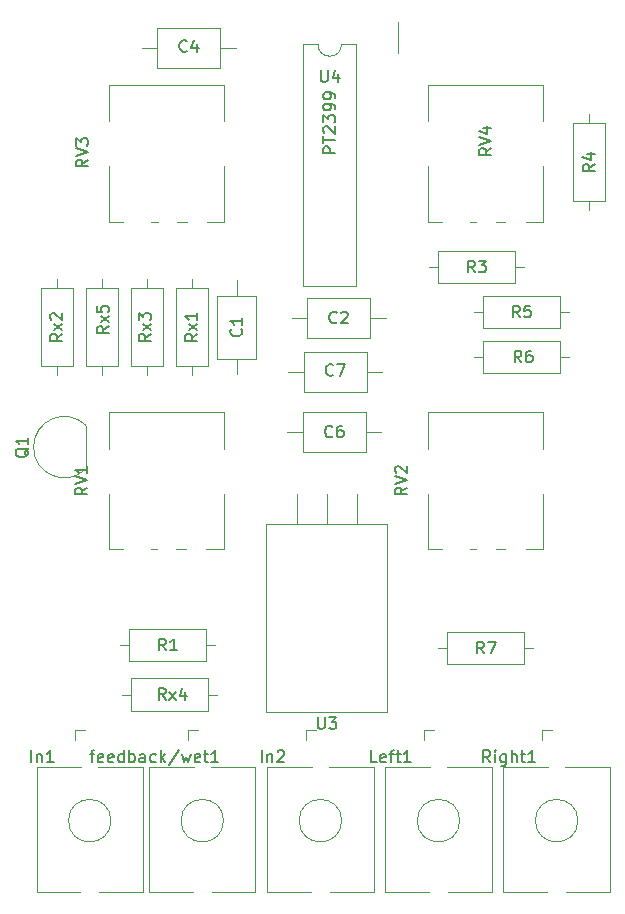
<source format=gbr>
%TF.GenerationSoftware,KiCad,Pcbnew,7.0.6*%
%TF.CreationDate,2023-10-15T17:56:32+01:00*%
%TF.ProjectId,DSP 1.1,44535020-312e-4312-9e6b-696361645f70,rev?*%
%TF.SameCoordinates,Original*%
%TF.FileFunction,Legend,Top*%
%TF.FilePolarity,Positive*%
%FSLAX46Y46*%
G04 Gerber Fmt 4.6, Leading zero omitted, Abs format (unit mm)*
G04 Created by KiCad (PCBNEW 7.0.6) date 2023-10-15 17:56:32*
%MOMM*%
%LPD*%
G01*
G04 APERTURE LIST*
%ADD10C,0.150000*%
%ADD11C,0.120000*%
G04 APERTURE END LIST*
D10*
X77543819Y-52395118D02*
X76543819Y-52395118D01*
X76543819Y-52395118D02*
X76543819Y-52014166D01*
X76543819Y-52014166D02*
X76591438Y-51918928D01*
X76591438Y-51918928D02*
X76639057Y-51871309D01*
X76639057Y-51871309D02*
X76734295Y-51823690D01*
X76734295Y-51823690D02*
X76877152Y-51823690D01*
X76877152Y-51823690D02*
X76972390Y-51871309D01*
X76972390Y-51871309D02*
X77020009Y-51918928D01*
X77020009Y-51918928D02*
X77067628Y-52014166D01*
X77067628Y-52014166D02*
X77067628Y-52395118D01*
X76543819Y-51537975D02*
X76543819Y-50966547D01*
X77543819Y-51252261D02*
X76543819Y-51252261D01*
X76639057Y-50680832D02*
X76591438Y-50633213D01*
X76591438Y-50633213D02*
X76543819Y-50537975D01*
X76543819Y-50537975D02*
X76543819Y-50299880D01*
X76543819Y-50299880D02*
X76591438Y-50204642D01*
X76591438Y-50204642D02*
X76639057Y-50157023D01*
X76639057Y-50157023D02*
X76734295Y-50109404D01*
X76734295Y-50109404D02*
X76829533Y-50109404D01*
X76829533Y-50109404D02*
X76972390Y-50157023D01*
X76972390Y-50157023D02*
X77543819Y-50728451D01*
X77543819Y-50728451D02*
X77543819Y-50109404D01*
X76543819Y-49776070D02*
X76543819Y-49157023D01*
X76543819Y-49157023D02*
X76924771Y-49490356D01*
X76924771Y-49490356D02*
X76924771Y-49347499D01*
X76924771Y-49347499D02*
X76972390Y-49252261D01*
X76972390Y-49252261D02*
X77020009Y-49204642D01*
X77020009Y-49204642D02*
X77115247Y-49157023D01*
X77115247Y-49157023D02*
X77353342Y-49157023D01*
X77353342Y-49157023D02*
X77448580Y-49204642D01*
X77448580Y-49204642D02*
X77496200Y-49252261D01*
X77496200Y-49252261D02*
X77543819Y-49347499D01*
X77543819Y-49347499D02*
X77543819Y-49633213D01*
X77543819Y-49633213D02*
X77496200Y-49728451D01*
X77496200Y-49728451D02*
X77448580Y-49776070D01*
X77543819Y-48680832D02*
X77543819Y-48490356D01*
X77543819Y-48490356D02*
X77496200Y-48395118D01*
X77496200Y-48395118D02*
X77448580Y-48347499D01*
X77448580Y-48347499D02*
X77305723Y-48252261D01*
X77305723Y-48252261D02*
X77115247Y-48204642D01*
X77115247Y-48204642D02*
X76734295Y-48204642D01*
X76734295Y-48204642D02*
X76639057Y-48252261D01*
X76639057Y-48252261D02*
X76591438Y-48299880D01*
X76591438Y-48299880D02*
X76543819Y-48395118D01*
X76543819Y-48395118D02*
X76543819Y-48585594D01*
X76543819Y-48585594D02*
X76591438Y-48680832D01*
X76591438Y-48680832D02*
X76639057Y-48728451D01*
X76639057Y-48728451D02*
X76734295Y-48776070D01*
X76734295Y-48776070D02*
X76972390Y-48776070D01*
X76972390Y-48776070D02*
X77067628Y-48728451D01*
X77067628Y-48728451D02*
X77115247Y-48680832D01*
X77115247Y-48680832D02*
X77162866Y-48585594D01*
X77162866Y-48585594D02*
X77162866Y-48395118D01*
X77162866Y-48395118D02*
X77115247Y-48299880D01*
X77115247Y-48299880D02*
X77067628Y-48252261D01*
X77067628Y-48252261D02*
X76972390Y-48204642D01*
X77543819Y-47728451D02*
X77543819Y-47537975D01*
X77543819Y-47537975D02*
X77496200Y-47442737D01*
X77496200Y-47442737D02*
X77448580Y-47395118D01*
X77448580Y-47395118D02*
X77305723Y-47299880D01*
X77305723Y-47299880D02*
X77115247Y-47252261D01*
X77115247Y-47252261D02*
X76734295Y-47252261D01*
X76734295Y-47252261D02*
X76639057Y-47299880D01*
X76639057Y-47299880D02*
X76591438Y-47347499D01*
X76591438Y-47347499D02*
X76543819Y-47442737D01*
X76543819Y-47442737D02*
X76543819Y-47633213D01*
X76543819Y-47633213D02*
X76591438Y-47728451D01*
X76591438Y-47728451D02*
X76639057Y-47776070D01*
X76639057Y-47776070D02*
X76734295Y-47823689D01*
X76734295Y-47823689D02*
X76972390Y-47823689D01*
X76972390Y-47823689D02*
X77067628Y-47776070D01*
X77067628Y-47776070D02*
X77115247Y-47728451D01*
X77115247Y-47728451D02*
X77162866Y-47633213D01*
X77162866Y-47633213D02*
X77162866Y-47442737D01*
X77162866Y-47442737D02*
X77115247Y-47347499D01*
X77115247Y-47347499D02*
X77067628Y-47299880D01*
X77067628Y-47299880D02*
X76972390Y-47252261D01*
X77684333Y-66717080D02*
X77636714Y-66764700D01*
X77636714Y-66764700D02*
X77493857Y-66812319D01*
X77493857Y-66812319D02*
X77398619Y-66812319D01*
X77398619Y-66812319D02*
X77255762Y-66764700D01*
X77255762Y-66764700D02*
X77160524Y-66669461D01*
X77160524Y-66669461D02*
X77112905Y-66574223D01*
X77112905Y-66574223D02*
X77065286Y-66383747D01*
X77065286Y-66383747D02*
X77065286Y-66240890D01*
X77065286Y-66240890D02*
X77112905Y-66050414D01*
X77112905Y-66050414D02*
X77160524Y-65955176D01*
X77160524Y-65955176D02*
X77255762Y-65859938D01*
X77255762Y-65859938D02*
X77398619Y-65812319D01*
X77398619Y-65812319D02*
X77493857Y-65812319D01*
X77493857Y-65812319D02*
X77636714Y-65859938D01*
X77636714Y-65859938D02*
X77684333Y-65907557D01*
X78065286Y-65907557D02*
X78112905Y-65859938D01*
X78112905Y-65859938D02*
X78208143Y-65812319D01*
X78208143Y-65812319D02*
X78446238Y-65812319D01*
X78446238Y-65812319D02*
X78541476Y-65859938D01*
X78541476Y-65859938D02*
X78589095Y-65907557D01*
X78589095Y-65907557D02*
X78636714Y-66002795D01*
X78636714Y-66002795D02*
X78636714Y-66098033D01*
X78636714Y-66098033D02*
X78589095Y-66240890D01*
X78589095Y-66240890D02*
X78017667Y-66812319D01*
X78017667Y-66812319D02*
X78636714Y-66812319D01*
X93178333Y-66304319D02*
X92845000Y-65828128D01*
X92606905Y-66304319D02*
X92606905Y-65304319D01*
X92606905Y-65304319D02*
X92987857Y-65304319D01*
X92987857Y-65304319D02*
X93083095Y-65351938D01*
X93083095Y-65351938D02*
X93130714Y-65399557D01*
X93130714Y-65399557D02*
X93178333Y-65494795D01*
X93178333Y-65494795D02*
X93178333Y-65637652D01*
X93178333Y-65637652D02*
X93130714Y-65732890D01*
X93130714Y-65732890D02*
X93083095Y-65780509D01*
X93083095Y-65780509D02*
X92987857Y-65828128D01*
X92987857Y-65828128D02*
X92606905Y-65828128D01*
X94083095Y-65304319D02*
X93606905Y-65304319D01*
X93606905Y-65304319D02*
X93559286Y-65780509D01*
X93559286Y-65780509D02*
X93606905Y-65732890D01*
X93606905Y-65732890D02*
X93702143Y-65685271D01*
X93702143Y-65685271D02*
X93940238Y-65685271D01*
X93940238Y-65685271D02*
X94035476Y-65732890D01*
X94035476Y-65732890D02*
X94083095Y-65780509D01*
X94083095Y-65780509D02*
X94130714Y-65875747D01*
X94130714Y-65875747D02*
X94130714Y-66113842D01*
X94130714Y-66113842D02*
X94083095Y-66209080D01*
X94083095Y-66209080D02*
X94035476Y-66256700D01*
X94035476Y-66256700D02*
X93940238Y-66304319D01*
X93940238Y-66304319D02*
X93702143Y-66304319D01*
X93702143Y-66304319D02*
X93606905Y-66256700D01*
X93606905Y-66256700D02*
X93559286Y-66209080D01*
X56787809Y-103293652D02*
X57168761Y-103293652D01*
X56930666Y-103960319D02*
X56930666Y-103103176D01*
X56930666Y-103103176D02*
X56978285Y-103007938D01*
X56978285Y-103007938D02*
X57073523Y-102960319D01*
X57073523Y-102960319D02*
X57168761Y-102960319D01*
X57883047Y-103912700D02*
X57787809Y-103960319D01*
X57787809Y-103960319D02*
X57597333Y-103960319D01*
X57597333Y-103960319D02*
X57502095Y-103912700D01*
X57502095Y-103912700D02*
X57454476Y-103817461D01*
X57454476Y-103817461D02*
X57454476Y-103436509D01*
X57454476Y-103436509D02*
X57502095Y-103341271D01*
X57502095Y-103341271D02*
X57597333Y-103293652D01*
X57597333Y-103293652D02*
X57787809Y-103293652D01*
X57787809Y-103293652D02*
X57883047Y-103341271D01*
X57883047Y-103341271D02*
X57930666Y-103436509D01*
X57930666Y-103436509D02*
X57930666Y-103531747D01*
X57930666Y-103531747D02*
X57454476Y-103626985D01*
X58740190Y-103912700D02*
X58644952Y-103960319D01*
X58644952Y-103960319D02*
X58454476Y-103960319D01*
X58454476Y-103960319D02*
X58359238Y-103912700D01*
X58359238Y-103912700D02*
X58311619Y-103817461D01*
X58311619Y-103817461D02*
X58311619Y-103436509D01*
X58311619Y-103436509D02*
X58359238Y-103341271D01*
X58359238Y-103341271D02*
X58454476Y-103293652D01*
X58454476Y-103293652D02*
X58644952Y-103293652D01*
X58644952Y-103293652D02*
X58740190Y-103341271D01*
X58740190Y-103341271D02*
X58787809Y-103436509D01*
X58787809Y-103436509D02*
X58787809Y-103531747D01*
X58787809Y-103531747D02*
X58311619Y-103626985D01*
X59644952Y-103960319D02*
X59644952Y-102960319D01*
X59644952Y-103912700D02*
X59549714Y-103960319D01*
X59549714Y-103960319D02*
X59359238Y-103960319D01*
X59359238Y-103960319D02*
X59264000Y-103912700D01*
X59264000Y-103912700D02*
X59216381Y-103865080D01*
X59216381Y-103865080D02*
X59168762Y-103769842D01*
X59168762Y-103769842D02*
X59168762Y-103484128D01*
X59168762Y-103484128D02*
X59216381Y-103388890D01*
X59216381Y-103388890D02*
X59264000Y-103341271D01*
X59264000Y-103341271D02*
X59359238Y-103293652D01*
X59359238Y-103293652D02*
X59549714Y-103293652D01*
X59549714Y-103293652D02*
X59644952Y-103341271D01*
X60121143Y-103960319D02*
X60121143Y-102960319D01*
X60121143Y-103341271D02*
X60216381Y-103293652D01*
X60216381Y-103293652D02*
X60406857Y-103293652D01*
X60406857Y-103293652D02*
X60502095Y-103341271D01*
X60502095Y-103341271D02*
X60549714Y-103388890D01*
X60549714Y-103388890D02*
X60597333Y-103484128D01*
X60597333Y-103484128D02*
X60597333Y-103769842D01*
X60597333Y-103769842D02*
X60549714Y-103865080D01*
X60549714Y-103865080D02*
X60502095Y-103912700D01*
X60502095Y-103912700D02*
X60406857Y-103960319D01*
X60406857Y-103960319D02*
X60216381Y-103960319D01*
X60216381Y-103960319D02*
X60121143Y-103912700D01*
X61454476Y-103960319D02*
X61454476Y-103436509D01*
X61454476Y-103436509D02*
X61406857Y-103341271D01*
X61406857Y-103341271D02*
X61311619Y-103293652D01*
X61311619Y-103293652D02*
X61121143Y-103293652D01*
X61121143Y-103293652D02*
X61025905Y-103341271D01*
X61454476Y-103912700D02*
X61359238Y-103960319D01*
X61359238Y-103960319D02*
X61121143Y-103960319D01*
X61121143Y-103960319D02*
X61025905Y-103912700D01*
X61025905Y-103912700D02*
X60978286Y-103817461D01*
X60978286Y-103817461D02*
X60978286Y-103722223D01*
X60978286Y-103722223D02*
X61025905Y-103626985D01*
X61025905Y-103626985D02*
X61121143Y-103579366D01*
X61121143Y-103579366D02*
X61359238Y-103579366D01*
X61359238Y-103579366D02*
X61454476Y-103531747D01*
X62359238Y-103912700D02*
X62264000Y-103960319D01*
X62264000Y-103960319D02*
X62073524Y-103960319D01*
X62073524Y-103960319D02*
X61978286Y-103912700D01*
X61978286Y-103912700D02*
X61930667Y-103865080D01*
X61930667Y-103865080D02*
X61883048Y-103769842D01*
X61883048Y-103769842D02*
X61883048Y-103484128D01*
X61883048Y-103484128D02*
X61930667Y-103388890D01*
X61930667Y-103388890D02*
X61978286Y-103341271D01*
X61978286Y-103341271D02*
X62073524Y-103293652D01*
X62073524Y-103293652D02*
X62264000Y-103293652D01*
X62264000Y-103293652D02*
X62359238Y-103341271D01*
X62787810Y-103960319D02*
X62787810Y-102960319D01*
X62883048Y-103579366D02*
X63168762Y-103960319D01*
X63168762Y-103293652D02*
X62787810Y-103674604D01*
X64311619Y-102912700D02*
X63454477Y-104198414D01*
X64549715Y-103293652D02*
X64740191Y-103960319D01*
X64740191Y-103960319D02*
X64930667Y-103484128D01*
X64930667Y-103484128D02*
X65121143Y-103960319D01*
X65121143Y-103960319D02*
X65311619Y-103293652D01*
X66073524Y-103912700D02*
X65978286Y-103960319D01*
X65978286Y-103960319D02*
X65787810Y-103960319D01*
X65787810Y-103960319D02*
X65692572Y-103912700D01*
X65692572Y-103912700D02*
X65644953Y-103817461D01*
X65644953Y-103817461D02*
X65644953Y-103436509D01*
X65644953Y-103436509D02*
X65692572Y-103341271D01*
X65692572Y-103341271D02*
X65787810Y-103293652D01*
X65787810Y-103293652D02*
X65978286Y-103293652D01*
X65978286Y-103293652D02*
X66073524Y-103341271D01*
X66073524Y-103341271D02*
X66121143Y-103436509D01*
X66121143Y-103436509D02*
X66121143Y-103531747D01*
X66121143Y-103531747D02*
X65644953Y-103626985D01*
X66406858Y-103293652D02*
X66787810Y-103293652D01*
X66549715Y-102960319D02*
X66549715Y-103817461D01*
X66549715Y-103817461D02*
X66597334Y-103912700D01*
X66597334Y-103912700D02*
X66692572Y-103960319D01*
X66692572Y-103960319D02*
X66787810Y-103960319D01*
X67644953Y-103960319D02*
X67073525Y-103960319D01*
X67359239Y-103960319D02*
X67359239Y-102960319D01*
X67359239Y-102960319D02*
X67264001Y-103103176D01*
X67264001Y-103103176D02*
X67168763Y-103198414D01*
X67168763Y-103198414D02*
X67073525Y-103246033D01*
X90130333Y-94752319D02*
X89797000Y-94276128D01*
X89558905Y-94752319D02*
X89558905Y-93752319D01*
X89558905Y-93752319D02*
X89939857Y-93752319D01*
X89939857Y-93752319D02*
X90035095Y-93799938D01*
X90035095Y-93799938D02*
X90082714Y-93847557D01*
X90082714Y-93847557D02*
X90130333Y-93942795D01*
X90130333Y-93942795D02*
X90130333Y-94085652D01*
X90130333Y-94085652D02*
X90082714Y-94180890D01*
X90082714Y-94180890D02*
X90035095Y-94228509D01*
X90035095Y-94228509D02*
X89939857Y-94276128D01*
X89939857Y-94276128D02*
X89558905Y-94276128D01*
X90463667Y-93752319D02*
X91130333Y-93752319D01*
X91130333Y-93752319D02*
X90701762Y-94752319D01*
X61922819Y-67690928D02*
X61446628Y-68024261D01*
X61922819Y-68262356D02*
X60922819Y-68262356D01*
X60922819Y-68262356D02*
X60922819Y-67881404D01*
X60922819Y-67881404D02*
X60970438Y-67786166D01*
X60970438Y-67786166D02*
X61018057Y-67738547D01*
X61018057Y-67738547D02*
X61113295Y-67690928D01*
X61113295Y-67690928D02*
X61256152Y-67690928D01*
X61256152Y-67690928D02*
X61351390Y-67738547D01*
X61351390Y-67738547D02*
X61399009Y-67786166D01*
X61399009Y-67786166D02*
X61446628Y-67881404D01*
X61446628Y-67881404D02*
X61446628Y-68262356D01*
X61922819Y-67357594D02*
X61256152Y-66833785D01*
X61256152Y-67357594D02*
X61922819Y-66833785D01*
X60922819Y-66548070D02*
X60922819Y-65929023D01*
X60922819Y-65929023D02*
X61303771Y-66262356D01*
X61303771Y-66262356D02*
X61303771Y-66119499D01*
X61303771Y-66119499D02*
X61351390Y-66024261D01*
X61351390Y-66024261D02*
X61399009Y-65976642D01*
X61399009Y-65976642D02*
X61494247Y-65929023D01*
X61494247Y-65929023D02*
X61732342Y-65929023D01*
X61732342Y-65929023D02*
X61827580Y-65976642D01*
X61827580Y-65976642D02*
X61875200Y-66024261D01*
X61875200Y-66024261D02*
X61922819Y-66119499D01*
X61922819Y-66119499D02*
X61922819Y-66405213D01*
X61922819Y-66405213D02*
X61875200Y-66500451D01*
X61875200Y-66500451D02*
X61827580Y-66548070D01*
X76327095Y-45365319D02*
X76327095Y-46174842D01*
X76327095Y-46174842D02*
X76374714Y-46270080D01*
X76374714Y-46270080D02*
X76422333Y-46317700D01*
X76422333Y-46317700D02*
X76517571Y-46365319D01*
X76517571Y-46365319D02*
X76708047Y-46365319D01*
X76708047Y-46365319D02*
X76803285Y-46317700D01*
X76803285Y-46317700D02*
X76850904Y-46270080D01*
X76850904Y-46270080D02*
X76898523Y-46174842D01*
X76898523Y-46174842D02*
X76898523Y-45365319D01*
X77803285Y-45698652D02*
X77803285Y-46365319D01*
X77565190Y-45317700D02*
X77327095Y-46031985D01*
X77327095Y-46031985D02*
X77946142Y-46031985D01*
X51805429Y-103960319D02*
X51805429Y-102960319D01*
X52281619Y-103293652D02*
X52281619Y-103960319D01*
X52281619Y-103388890D02*
X52329238Y-103341271D01*
X52329238Y-103341271D02*
X52424476Y-103293652D01*
X52424476Y-103293652D02*
X52567333Y-103293652D01*
X52567333Y-103293652D02*
X52662571Y-103341271D01*
X52662571Y-103341271D02*
X52710190Y-103436509D01*
X52710190Y-103436509D02*
X52710190Y-103960319D01*
X53710190Y-103960319D02*
X53138762Y-103960319D01*
X53424476Y-103960319D02*
X53424476Y-102960319D01*
X53424476Y-102960319D02*
X53329238Y-103103176D01*
X53329238Y-103103176D02*
X53234000Y-103198414D01*
X53234000Y-103198414D02*
X53138762Y-103246033D01*
X65859819Y-67690928D02*
X65383628Y-68024261D01*
X65859819Y-68262356D02*
X64859819Y-68262356D01*
X64859819Y-68262356D02*
X64859819Y-67881404D01*
X64859819Y-67881404D02*
X64907438Y-67786166D01*
X64907438Y-67786166D02*
X64955057Y-67738547D01*
X64955057Y-67738547D02*
X65050295Y-67690928D01*
X65050295Y-67690928D02*
X65193152Y-67690928D01*
X65193152Y-67690928D02*
X65288390Y-67738547D01*
X65288390Y-67738547D02*
X65336009Y-67786166D01*
X65336009Y-67786166D02*
X65383628Y-67881404D01*
X65383628Y-67881404D02*
X65383628Y-68262356D01*
X65859819Y-67357594D02*
X65193152Y-66833785D01*
X65193152Y-67357594D02*
X65859819Y-66833785D01*
X65859819Y-65929023D02*
X65859819Y-66500451D01*
X65859819Y-66214737D02*
X64859819Y-66214737D01*
X64859819Y-66214737D02*
X65002676Y-66309975D01*
X65002676Y-66309975D02*
X65097914Y-66405213D01*
X65097914Y-66405213D02*
X65145533Y-66500451D01*
X77383333Y-71162080D02*
X77335714Y-71209700D01*
X77335714Y-71209700D02*
X77192857Y-71257319D01*
X77192857Y-71257319D02*
X77097619Y-71257319D01*
X77097619Y-71257319D02*
X76954762Y-71209700D01*
X76954762Y-71209700D02*
X76859524Y-71114461D01*
X76859524Y-71114461D02*
X76811905Y-71019223D01*
X76811905Y-71019223D02*
X76764286Y-70828747D01*
X76764286Y-70828747D02*
X76764286Y-70685890D01*
X76764286Y-70685890D02*
X76811905Y-70495414D01*
X76811905Y-70495414D02*
X76859524Y-70400176D01*
X76859524Y-70400176D02*
X76954762Y-70304938D01*
X76954762Y-70304938D02*
X77097619Y-70257319D01*
X77097619Y-70257319D02*
X77192857Y-70257319D01*
X77192857Y-70257319D02*
X77335714Y-70304938D01*
X77335714Y-70304938D02*
X77383333Y-70352557D01*
X77716667Y-70257319D02*
X78383333Y-70257319D01*
X78383333Y-70257319D02*
X77954762Y-71257319D01*
X90751819Y-51966738D02*
X90275628Y-52300071D01*
X90751819Y-52538166D02*
X89751819Y-52538166D01*
X89751819Y-52538166D02*
X89751819Y-52157214D01*
X89751819Y-52157214D02*
X89799438Y-52061976D01*
X89799438Y-52061976D02*
X89847057Y-52014357D01*
X89847057Y-52014357D02*
X89942295Y-51966738D01*
X89942295Y-51966738D02*
X90085152Y-51966738D01*
X90085152Y-51966738D02*
X90180390Y-52014357D01*
X90180390Y-52014357D02*
X90228009Y-52061976D01*
X90228009Y-52061976D02*
X90275628Y-52157214D01*
X90275628Y-52157214D02*
X90275628Y-52538166D01*
X89751819Y-51681023D02*
X90751819Y-51347690D01*
X90751819Y-51347690D02*
X89751819Y-51014357D01*
X90085152Y-50252452D02*
X90751819Y-50252452D01*
X89704200Y-50490547D02*
X90418485Y-50728642D01*
X90418485Y-50728642D02*
X90418485Y-50109595D01*
X93305333Y-70114319D02*
X92972000Y-69638128D01*
X92733905Y-70114319D02*
X92733905Y-69114319D01*
X92733905Y-69114319D02*
X93114857Y-69114319D01*
X93114857Y-69114319D02*
X93210095Y-69161938D01*
X93210095Y-69161938D02*
X93257714Y-69209557D01*
X93257714Y-69209557D02*
X93305333Y-69304795D01*
X93305333Y-69304795D02*
X93305333Y-69447652D01*
X93305333Y-69447652D02*
X93257714Y-69542890D01*
X93257714Y-69542890D02*
X93210095Y-69590509D01*
X93210095Y-69590509D02*
X93114857Y-69638128D01*
X93114857Y-69638128D02*
X92733905Y-69638128D01*
X94162476Y-69114319D02*
X93972000Y-69114319D01*
X93972000Y-69114319D02*
X93876762Y-69161938D01*
X93876762Y-69161938D02*
X93829143Y-69209557D01*
X93829143Y-69209557D02*
X93733905Y-69352414D01*
X93733905Y-69352414D02*
X93686286Y-69542890D01*
X93686286Y-69542890D02*
X93686286Y-69923842D01*
X93686286Y-69923842D02*
X93733905Y-70019080D01*
X93733905Y-70019080D02*
X93781524Y-70066700D01*
X93781524Y-70066700D02*
X93876762Y-70114319D01*
X93876762Y-70114319D02*
X94067238Y-70114319D01*
X94067238Y-70114319D02*
X94162476Y-70066700D01*
X94162476Y-70066700D02*
X94210095Y-70019080D01*
X94210095Y-70019080D02*
X94257714Y-69923842D01*
X94257714Y-69923842D02*
X94257714Y-69685747D01*
X94257714Y-69685747D02*
X94210095Y-69590509D01*
X94210095Y-69590509D02*
X94162476Y-69542890D01*
X94162476Y-69542890D02*
X94067238Y-69495271D01*
X94067238Y-69495271D02*
X93876762Y-69495271D01*
X93876762Y-69495271D02*
X93781524Y-69542890D01*
X93781524Y-69542890D02*
X93733905Y-69590509D01*
X93733905Y-69590509D02*
X93686286Y-69685747D01*
X69574580Y-67286166D02*
X69622200Y-67333785D01*
X69622200Y-67333785D02*
X69669819Y-67476642D01*
X69669819Y-67476642D02*
X69669819Y-67571880D01*
X69669819Y-67571880D02*
X69622200Y-67714737D01*
X69622200Y-67714737D02*
X69526961Y-67809975D01*
X69526961Y-67809975D02*
X69431723Y-67857594D01*
X69431723Y-67857594D02*
X69241247Y-67905213D01*
X69241247Y-67905213D02*
X69098390Y-67905213D01*
X69098390Y-67905213D02*
X68907914Y-67857594D01*
X68907914Y-67857594D02*
X68812676Y-67809975D01*
X68812676Y-67809975D02*
X68717438Y-67714737D01*
X68717438Y-67714737D02*
X68669819Y-67571880D01*
X68669819Y-67571880D02*
X68669819Y-67476642D01*
X68669819Y-67476642D02*
X68717438Y-67333785D01*
X68717438Y-67333785D02*
X68765057Y-67286166D01*
X69669819Y-66333785D02*
X69669819Y-66905213D01*
X69669819Y-66619499D02*
X68669819Y-66619499D01*
X68669819Y-66619499D02*
X68812676Y-66714737D01*
X68812676Y-66714737D02*
X68907914Y-66809975D01*
X68907914Y-66809975D02*
X68955533Y-66905213D01*
X81097332Y-103960319D02*
X80621142Y-103960319D01*
X80621142Y-103960319D02*
X80621142Y-102960319D01*
X81811618Y-103912700D02*
X81716380Y-103960319D01*
X81716380Y-103960319D02*
X81525904Y-103960319D01*
X81525904Y-103960319D02*
X81430666Y-103912700D01*
X81430666Y-103912700D02*
X81383047Y-103817461D01*
X81383047Y-103817461D02*
X81383047Y-103436509D01*
X81383047Y-103436509D02*
X81430666Y-103341271D01*
X81430666Y-103341271D02*
X81525904Y-103293652D01*
X81525904Y-103293652D02*
X81716380Y-103293652D01*
X81716380Y-103293652D02*
X81811618Y-103341271D01*
X81811618Y-103341271D02*
X81859237Y-103436509D01*
X81859237Y-103436509D02*
X81859237Y-103531747D01*
X81859237Y-103531747D02*
X81383047Y-103626985D01*
X82144952Y-103293652D02*
X82525904Y-103293652D01*
X82287809Y-103960319D02*
X82287809Y-103103176D01*
X82287809Y-103103176D02*
X82335428Y-103007938D01*
X82335428Y-103007938D02*
X82430666Y-102960319D01*
X82430666Y-102960319D02*
X82525904Y-102960319D01*
X82716381Y-103293652D02*
X83097333Y-103293652D01*
X82859238Y-102960319D02*
X82859238Y-103817461D01*
X82859238Y-103817461D02*
X82906857Y-103912700D01*
X82906857Y-103912700D02*
X83002095Y-103960319D01*
X83002095Y-103960319D02*
X83097333Y-103960319D01*
X83954476Y-103960319D02*
X83383048Y-103960319D01*
X83668762Y-103960319D02*
X83668762Y-102960319D01*
X83668762Y-102960319D02*
X83573524Y-103103176D01*
X83573524Y-103103176D02*
X83478286Y-103198414D01*
X83478286Y-103198414D02*
X83383048Y-103246033D01*
X58366819Y-67055928D02*
X57890628Y-67389261D01*
X58366819Y-67627356D02*
X57366819Y-67627356D01*
X57366819Y-67627356D02*
X57366819Y-67246404D01*
X57366819Y-67246404D02*
X57414438Y-67151166D01*
X57414438Y-67151166D02*
X57462057Y-67103547D01*
X57462057Y-67103547D02*
X57557295Y-67055928D01*
X57557295Y-67055928D02*
X57700152Y-67055928D01*
X57700152Y-67055928D02*
X57795390Y-67103547D01*
X57795390Y-67103547D02*
X57843009Y-67151166D01*
X57843009Y-67151166D02*
X57890628Y-67246404D01*
X57890628Y-67246404D02*
X57890628Y-67627356D01*
X58366819Y-66722594D02*
X57700152Y-66198785D01*
X57700152Y-66722594D02*
X58366819Y-66198785D01*
X57366819Y-65341642D02*
X57366819Y-65817832D01*
X57366819Y-65817832D02*
X57843009Y-65865451D01*
X57843009Y-65865451D02*
X57795390Y-65817832D01*
X57795390Y-65817832D02*
X57747771Y-65722594D01*
X57747771Y-65722594D02*
X57747771Y-65484499D01*
X57747771Y-65484499D02*
X57795390Y-65389261D01*
X57795390Y-65389261D02*
X57843009Y-65341642D01*
X57843009Y-65341642D02*
X57938247Y-65294023D01*
X57938247Y-65294023D02*
X58176342Y-65294023D01*
X58176342Y-65294023D02*
X58271580Y-65341642D01*
X58271580Y-65341642D02*
X58319200Y-65389261D01*
X58319200Y-65389261D02*
X58366819Y-65484499D01*
X58366819Y-65484499D02*
X58366819Y-65722594D01*
X58366819Y-65722594D02*
X58319200Y-65817832D01*
X58319200Y-65817832D02*
X58271580Y-65865451D01*
X56613819Y-52944738D02*
X56137628Y-53278071D01*
X56613819Y-53516166D02*
X55613819Y-53516166D01*
X55613819Y-53516166D02*
X55613819Y-53135214D01*
X55613819Y-53135214D02*
X55661438Y-53039976D01*
X55661438Y-53039976D02*
X55709057Y-52992357D01*
X55709057Y-52992357D02*
X55804295Y-52944738D01*
X55804295Y-52944738D02*
X55947152Y-52944738D01*
X55947152Y-52944738D02*
X56042390Y-52992357D01*
X56042390Y-52992357D02*
X56090009Y-53039976D01*
X56090009Y-53039976D02*
X56137628Y-53135214D01*
X56137628Y-53135214D02*
X56137628Y-53516166D01*
X55613819Y-52659023D02*
X56613819Y-52325690D01*
X56613819Y-52325690D02*
X55613819Y-51992357D01*
X55613819Y-51754261D02*
X55613819Y-51135214D01*
X55613819Y-51135214D02*
X55994771Y-51468547D01*
X55994771Y-51468547D02*
X55994771Y-51325690D01*
X55994771Y-51325690D02*
X56042390Y-51230452D01*
X56042390Y-51230452D02*
X56090009Y-51182833D01*
X56090009Y-51182833D02*
X56185247Y-51135214D01*
X56185247Y-51135214D02*
X56423342Y-51135214D01*
X56423342Y-51135214D02*
X56518580Y-51182833D01*
X56518580Y-51182833D02*
X56566200Y-51230452D01*
X56566200Y-51230452D02*
X56613819Y-51325690D01*
X56613819Y-51325690D02*
X56613819Y-51611404D01*
X56613819Y-51611404D02*
X56566200Y-51706642D01*
X56566200Y-51706642D02*
X56518580Y-51754261D01*
X63206333Y-94498319D02*
X62873000Y-94022128D01*
X62634905Y-94498319D02*
X62634905Y-93498319D01*
X62634905Y-93498319D02*
X63015857Y-93498319D01*
X63015857Y-93498319D02*
X63111095Y-93545938D01*
X63111095Y-93545938D02*
X63158714Y-93593557D01*
X63158714Y-93593557D02*
X63206333Y-93688795D01*
X63206333Y-93688795D02*
X63206333Y-93831652D01*
X63206333Y-93831652D02*
X63158714Y-93926890D01*
X63158714Y-93926890D02*
X63111095Y-93974509D01*
X63111095Y-93974509D02*
X63015857Y-94022128D01*
X63015857Y-94022128D02*
X62634905Y-94022128D01*
X64158714Y-94498319D02*
X63587286Y-94498319D01*
X63873000Y-94498319D02*
X63873000Y-93498319D01*
X63873000Y-93498319D02*
X63777762Y-93641176D01*
X63777762Y-93641176D02*
X63682524Y-93736414D01*
X63682524Y-93736414D02*
X63587286Y-93784033D01*
X89368333Y-62494319D02*
X89035000Y-62018128D01*
X88796905Y-62494319D02*
X88796905Y-61494319D01*
X88796905Y-61494319D02*
X89177857Y-61494319D01*
X89177857Y-61494319D02*
X89273095Y-61541938D01*
X89273095Y-61541938D02*
X89320714Y-61589557D01*
X89320714Y-61589557D02*
X89368333Y-61684795D01*
X89368333Y-61684795D02*
X89368333Y-61827652D01*
X89368333Y-61827652D02*
X89320714Y-61922890D01*
X89320714Y-61922890D02*
X89273095Y-61970509D01*
X89273095Y-61970509D02*
X89177857Y-62018128D01*
X89177857Y-62018128D02*
X88796905Y-62018128D01*
X89701667Y-61494319D02*
X90320714Y-61494319D01*
X90320714Y-61494319D02*
X89987381Y-61875271D01*
X89987381Y-61875271D02*
X90130238Y-61875271D01*
X90130238Y-61875271D02*
X90225476Y-61922890D01*
X90225476Y-61922890D02*
X90273095Y-61970509D01*
X90273095Y-61970509D02*
X90320714Y-62065747D01*
X90320714Y-62065747D02*
X90320714Y-62303842D01*
X90320714Y-62303842D02*
X90273095Y-62399080D01*
X90273095Y-62399080D02*
X90225476Y-62446700D01*
X90225476Y-62446700D02*
X90130238Y-62494319D01*
X90130238Y-62494319D02*
X89844524Y-62494319D01*
X89844524Y-62494319D02*
X89749286Y-62446700D01*
X89749286Y-62446700D02*
X89701667Y-62399080D01*
X64984333Y-43730080D02*
X64936714Y-43777700D01*
X64936714Y-43777700D02*
X64793857Y-43825319D01*
X64793857Y-43825319D02*
X64698619Y-43825319D01*
X64698619Y-43825319D02*
X64555762Y-43777700D01*
X64555762Y-43777700D02*
X64460524Y-43682461D01*
X64460524Y-43682461D02*
X64412905Y-43587223D01*
X64412905Y-43587223D02*
X64365286Y-43396747D01*
X64365286Y-43396747D02*
X64365286Y-43253890D01*
X64365286Y-43253890D02*
X64412905Y-43063414D01*
X64412905Y-43063414D02*
X64460524Y-42968176D01*
X64460524Y-42968176D02*
X64555762Y-42872938D01*
X64555762Y-42872938D02*
X64698619Y-42825319D01*
X64698619Y-42825319D02*
X64793857Y-42825319D01*
X64793857Y-42825319D02*
X64936714Y-42872938D01*
X64936714Y-42872938D02*
X64984333Y-42920557D01*
X65841476Y-43158652D02*
X65841476Y-43825319D01*
X65603381Y-42777700D02*
X65365286Y-43491985D01*
X65365286Y-43491985D02*
X65984333Y-43491985D01*
X77303333Y-76369080D02*
X77255714Y-76416700D01*
X77255714Y-76416700D02*
X77112857Y-76464319D01*
X77112857Y-76464319D02*
X77017619Y-76464319D01*
X77017619Y-76464319D02*
X76874762Y-76416700D01*
X76874762Y-76416700D02*
X76779524Y-76321461D01*
X76779524Y-76321461D02*
X76731905Y-76226223D01*
X76731905Y-76226223D02*
X76684286Y-76035747D01*
X76684286Y-76035747D02*
X76684286Y-75892890D01*
X76684286Y-75892890D02*
X76731905Y-75702414D01*
X76731905Y-75702414D02*
X76779524Y-75607176D01*
X76779524Y-75607176D02*
X76874762Y-75511938D01*
X76874762Y-75511938D02*
X77017619Y-75464319D01*
X77017619Y-75464319D02*
X77112857Y-75464319D01*
X77112857Y-75464319D02*
X77255714Y-75511938D01*
X77255714Y-75511938D02*
X77303333Y-75559557D01*
X78160476Y-75464319D02*
X77970000Y-75464319D01*
X77970000Y-75464319D02*
X77874762Y-75511938D01*
X77874762Y-75511938D02*
X77827143Y-75559557D01*
X77827143Y-75559557D02*
X77731905Y-75702414D01*
X77731905Y-75702414D02*
X77684286Y-75892890D01*
X77684286Y-75892890D02*
X77684286Y-76273842D01*
X77684286Y-76273842D02*
X77731905Y-76369080D01*
X77731905Y-76369080D02*
X77779524Y-76416700D01*
X77779524Y-76416700D02*
X77874762Y-76464319D01*
X77874762Y-76464319D02*
X78065238Y-76464319D01*
X78065238Y-76464319D02*
X78160476Y-76416700D01*
X78160476Y-76416700D02*
X78208095Y-76369080D01*
X78208095Y-76369080D02*
X78255714Y-76273842D01*
X78255714Y-76273842D02*
X78255714Y-76035747D01*
X78255714Y-76035747D02*
X78208095Y-75940509D01*
X78208095Y-75940509D02*
X78160476Y-75892890D01*
X78160476Y-75892890D02*
X78065238Y-75845271D01*
X78065238Y-75845271D02*
X77874762Y-75845271D01*
X77874762Y-75845271D02*
X77779524Y-75892890D01*
X77779524Y-75892890D02*
X77731905Y-75940509D01*
X77731905Y-75940509D02*
X77684286Y-76035747D01*
X90668761Y-103960319D02*
X90335428Y-103484128D01*
X90097333Y-103960319D02*
X90097333Y-102960319D01*
X90097333Y-102960319D02*
X90478285Y-102960319D01*
X90478285Y-102960319D02*
X90573523Y-103007938D01*
X90573523Y-103007938D02*
X90621142Y-103055557D01*
X90621142Y-103055557D02*
X90668761Y-103150795D01*
X90668761Y-103150795D02*
X90668761Y-103293652D01*
X90668761Y-103293652D02*
X90621142Y-103388890D01*
X90621142Y-103388890D02*
X90573523Y-103436509D01*
X90573523Y-103436509D02*
X90478285Y-103484128D01*
X90478285Y-103484128D02*
X90097333Y-103484128D01*
X91097333Y-103960319D02*
X91097333Y-103293652D01*
X91097333Y-102960319D02*
X91049714Y-103007938D01*
X91049714Y-103007938D02*
X91097333Y-103055557D01*
X91097333Y-103055557D02*
X91144952Y-103007938D01*
X91144952Y-103007938D02*
X91097333Y-102960319D01*
X91097333Y-102960319D02*
X91097333Y-103055557D01*
X92002094Y-103293652D02*
X92002094Y-104103176D01*
X92002094Y-104103176D02*
X91954475Y-104198414D01*
X91954475Y-104198414D02*
X91906856Y-104246033D01*
X91906856Y-104246033D02*
X91811618Y-104293652D01*
X91811618Y-104293652D02*
X91668761Y-104293652D01*
X91668761Y-104293652D02*
X91573523Y-104246033D01*
X92002094Y-103912700D02*
X91906856Y-103960319D01*
X91906856Y-103960319D02*
X91716380Y-103960319D01*
X91716380Y-103960319D02*
X91621142Y-103912700D01*
X91621142Y-103912700D02*
X91573523Y-103865080D01*
X91573523Y-103865080D02*
X91525904Y-103769842D01*
X91525904Y-103769842D02*
X91525904Y-103484128D01*
X91525904Y-103484128D02*
X91573523Y-103388890D01*
X91573523Y-103388890D02*
X91621142Y-103341271D01*
X91621142Y-103341271D02*
X91716380Y-103293652D01*
X91716380Y-103293652D02*
X91906856Y-103293652D01*
X91906856Y-103293652D02*
X92002094Y-103341271D01*
X92478285Y-103960319D02*
X92478285Y-102960319D01*
X92906856Y-103960319D02*
X92906856Y-103436509D01*
X92906856Y-103436509D02*
X92859237Y-103341271D01*
X92859237Y-103341271D02*
X92763999Y-103293652D01*
X92763999Y-103293652D02*
X92621142Y-103293652D01*
X92621142Y-103293652D02*
X92525904Y-103341271D01*
X92525904Y-103341271D02*
X92478285Y-103388890D01*
X93240190Y-103293652D02*
X93621142Y-103293652D01*
X93383047Y-102960319D02*
X93383047Y-103817461D01*
X93383047Y-103817461D02*
X93430666Y-103912700D01*
X93430666Y-103912700D02*
X93525904Y-103960319D01*
X93525904Y-103960319D02*
X93621142Y-103960319D01*
X94478285Y-103960319D02*
X93906857Y-103960319D01*
X94192571Y-103960319D02*
X94192571Y-102960319D01*
X94192571Y-102960319D02*
X94097333Y-103103176D01*
X94097333Y-103103176D02*
X94002095Y-103198414D01*
X94002095Y-103198414D02*
X93906857Y-103246033D01*
X83613819Y-80699738D02*
X83137628Y-81033071D01*
X83613819Y-81271166D02*
X82613819Y-81271166D01*
X82613819Y-81271166D02*
X82613819Y-80890214D01*
X82613819Y-80890214D02*
X82661438Y-80794976D01*
X82661438Y-80794976D02*
X82709057Y-80747357D01*
X82709057Y-80747357D02*
X82804295Y-80699738D01*
X82804295Y-80699738D02*
X82947152Y-80699738D01*
X82947152Y-80699738D02*
X83042390Y-80747357D01*
X83042390Y-80747357D02*
X83090009Y-80794976D01*
X83090009Y-80794976D02*
X83137628Y-80890214D01*
X83137628Y-80890214D02*
X83137628Y-81271166D01*
X82613819Y-80414023D02*
X83613819Y-80080690D01*
X83613819Y-80080690D02*
X82613819Y-79747357D01*
X82709057Y-79461642D02*
X82661438Y-79414023D01*
X82661438Y-79414023D02*
X82613819Y-79318785D01*
X82613819Y-79318785D02*
X82613819Y-79080690D01*
X82613819Y-79080690D02*
X82661438Y-78985452D01*
X82661438Y-78985452D02*
X82709057Y-78937833D01*
X82709057Y-78937833D02*
X82804295Y-78890214D01*
X82804295Y-78890214D02*
X82899533Y-78890214D01*
X82899533Y-78890214D02*
X83042390Y-78937833D01*
X83042390Y-78937833D02*
X83613819Y-79509261D01*
X83613819Y-79509261D02*
X83613819Y-78890214D01*
X76073095Y-100149319D02*
X76073095Y-100958842D01*
X76073095Y-100958842D02*
X76120714Y-101054080D01*
X76120714Y-101054080D02*
X76168333Y-101101700D01*
X76168333Y-101101700D02*
X76263571Y-101149319D01*
X76263571Y-101149319D02*
X76454047Y-101149319D01*
X76454047Y-101149319D02*
X76549285Y-101101700D01*
X76549285Y-101101700D02*
X76596904Y-101054080D01*
X76596904Y-101054080D02*
X76644523Y-100958842D01*
X76644523Y-100958842D02*
X76644523Y-100149319D01*
X77025476Y-100149319D02*
X77644523Y-100149319D01*
X77644523Y-100149319D02*
X77311190Y-100530271D01*
X77311190Y-100530271D02*
X77454047Y-100530271D01*
X77454047Y-100530271D02*
X77549285Y-100577890D01*
X77549285Y-100577890D02*
X77596904Y-100625509D01*
X77596904Y-100625509D02*
X77644523Y-100720747D01*
X77644523Y-100720747D02*
X77644523Y-100958842D01*
X77644523Y-100958842D02*
X77596904Y-101054080D01*
X77596904Y-101054080D02*
X77549285Y-101101700D01*
X77549285Y-101101700D02*
X77454047Y-101149319D01*
X77454047Y-101149319D02*
X77168333Y-101149319D01*
X77168333Y-101149319D02*
X77073095Y-101101700D01*
X77073095Y-101101700D02*
X77025476Y-101054080D01*
X63182571Y-98689319D02*
X62849238Y-98213128D01*
X62611143Y-98689319D02*
X62611143Y-97689319D01*
X62611143Y-97689319D02*
X62992095Y-97689319D01*
X62992095Y-97689319D02*
X63087333Y-97736938D01*
X63087333Y-97736938D02*
X63134952Y-97784557D01*
X63134952Y-97784557D02*
X63182571Y-97879795D01*
X63182571Y-97879795D02*
X63182571Y-98022652D01*
X63182571Y-98022652D02*
X63134952Y-98117890D01*
X63134952Y-98117890D02*
X63087333Y-98165509D01*
X63087333Y-98165509D02*
X62992095Y-98213128D01*
X62992095Y-98213128D02*
X62611143Y-98213128D01*
X63515905Y-98689319D02*
X64039714Y-98022652D01*
X63515905Y-98022652D02*
X64039714Y-98689319D01*
X64849238Y-98022652D02*
X64849238Y-98689319D01*
X64611143Y-97641700D02*
X64373048Y-98355985D01*
X64373048Y-98355985D02*
X64992095Y-98355985D01*
X56560819Y-80699738D02*
X56084628Y-81033071D01*
X56560819Y-81271166D02*
X55560819Y-81271166D01*
X55560819Y-81271166D02*
X55560819Y-80890214D01*
X55560819Y-80890214D02*
X55608438Y-80794976D01*
X55608438Y-80794976D02*
X55656057Y-80747357D01*
X55656057Y-80747357D02*
X55751295Y-80699738D01*
X55751295Y-80699738D02*
X55894152Y-80699738D01*
X55894152Y-80699738D02*
X55989390Y-80747357D01*
X55989390Y-80747357D02*
X56037009Y-80794976D01*
X56037009Y-80794976D02*
X56084628Y-80890214D01*
X56084628Y-80890214D02*
X56084628Y-81271166D01*
X55560819Y-80414023D02*
X56560819Y-80080690D01*
X56560819Y-80080690D02*
X55560819Y-79747357D01*
X56560819Y-78890214D02*
X56560819Y-79461642D01*
X56560819Y-79175928D02*
X55560819Y-79175928D01*
X55560819Y-79175928D02*
X55703676Y-79271166D01*
X55703676Y-79271166D02*
X55798914Y-79366404D01*
X55798914Y-79366404D02*
X55846533Y-79461642D01*
X71335429Y-103960319D02*
X71335429Y-102960319D01*
X71811619Y-103293652D02*
X71811619Y-103960319D01*
X71811619Y-103388890D02*
X71859238Y-103341271D01*
X71859238Y-103341271D02*
X71954476Y-103293652D01*
X71954476Y-103293652D02*
X72097333Y-103293652D01*
X72097333Y-103293652D02*
X72192571Y-103341271D01*
X72192571Y-103341271D02*
X72240190Y-103436509D01*
X72240190Y-103436509D02*
X72240190Y-103960319D01*
X72668762Y-103055557D02*
X72716381Y-103007938D01*
X72716381Y-103007938D02*
X72811619Y-102960319D01*
X72811619Y-102960319D02*
X73049714Y-102960319D01*
X73049714Y-102960319D02*
X73144952Y-103007938D01*
X73144952Y-103007938D02*
X73192571Y-103055557D01*
X73192571Y-103055557D02*
X73240190Y-103150795D01*
X73240190Y-103150795D02*
X73240190Y-103246033D01*
X73240190Y-103246033D02*
X73192571Y-103388890D01*
X73192571Y-103388890D02*
X72621143Y-103960319D01*
X72621143Y-103960319D02*
X73240190Y-103960319D01*
X54429819Y-67690928D02*
X53953628Y-68024261D01*
X54429819Y-68262356D02*
X53429819Y-68262356D01*
X53429819Y-68262356D02*
X53429819Y-67881404D01*
X53429819Y-67881404D02*
X53477438Y-67786166D01*
X53477438Y-67786166D02*
X53525057Y-67738547D01*
X53525057Y-67738547D02*
X53620295Y-67690928D01*
X53620295Y-67690928D02*
X53763152Y-67690928D01*
X53763152Y-67690928D02*
X53858390Y-67738547D01*
X53858390Y-67738547D02*
X53906009Y-67786166D01*
X53906009Y-67786166D02*
X53953628Y-67881404D01*
X53953628Y-67881404D02*
X53953628Y-68262356D01*
X54429819Y-67357594D02*
X53763152Y-66833785D01*
X53763152Y-67357594D02*
X54429819Y-66833785D01*
X53525057Y-66500451D02*
X53477438Y-66452832D01*
X53477438Y-66452832D02*
X53429819Y-66357594D01*
X53429819Y-66357594D02*
X53429819Y-66119499D01*
X53429819Y-66119499D02*
X53477438Y-66024261D01*
X53477438Y-66024261D02*
X53525057Y-65976642D01*
X53525057Y-65976642D02*
X53620295Y-65929023D01*
X53620295Y-65929023D02*
X53715533Y-65929023D01*
X53715533Y-65929023D02*
X53858390Y-65976642D01*
X53858390Y-65976642D02*
X54429819Y-66548070D01*
X54429819Y-66548070D02*
X54429819Y-65929023D01*
X99514819Y-53316166D02*
X99038628Y-53649499D01*
X99514819Y-53887594D02*
X98514819Y-53887594D01*
X98514819Y-53887594D02*
X98514819Y-53506642D01*
X98514819Y-53506642D02*
X98562438Y-53411404D01*
X98562438Y-53411404D02*
X98610057Y-53363785D01*
X98610057Y-53363785D02*
X98705295Y-53316166D01*
X98705295Y-53316166D02*
X98848152Y-53316166D01*
X98848152Y-53316166D02*
X98943390Y-53363785D01*
X98943390Y-53363785D02*
X98991009Y-53411404D01*
X98991009Y-53411404D02*
X99038628Y-53506642D01*
X99038628Y-53506642D02*
X99038628Y-53887594D01*
X98848152Y-52459023D02*
X99514819Y-52459023D01*
X98467200Y-52697118D02*
X99181485Y-52935213D01*
X99181485Y-52935213D02*
X99181485Y-52316166D01*
X51600057Y-77374738D02*
X51552438Y-77469976D01*
X51552438Y-77469976D02*
X51457200Y-77565214D01*
X51457200Y-77565214D02*
X51314342Y-77708071D01*
X51314342Y-77708071D02*
X51266723Y-77803309D01*
X51266723Y-77803309D02*
X51266723Y-77898547D01*
X51504819Y-77850928D02*
X51457200Y-77946166D01*
X51457200Y-77946166D02*
X51361961Y-78041404D01*
X51361961Y-78041404D02*
X51171485Y-78089023D01*
X51171485Y-78089023D02*
X50838152Y-78089023D01*
X50838152Y-78089023D02*
X50647676Y-78041404D01*
X50647676Y-78041404D02*
X50552438Y-77946166D01*
X50552438Y-77946166D02*
X50504819Y-77850928D01*
X50504819Y-77850928D02*
X50504819Y-77660452D01*
X50504819Y-77660452D02*
X50552438Y-77565214D01*
X50552438Y-77565214D02*
X50647676Y-77469976D01*
X50647676Y-77469976D02*
X50838152Y-77422357D01*
X50838152Y-77422357D02*
X51171485Y-77422357D01*
X51171485Y-77422357D02*
X51361961Y-77469976D01*
X51361961Y-77469976D02*
X51457200Y-77565214D01*
X51457200Y-77565214D02*
X51504819Y-77660452D01*
X51504819Y-77660452D02*
X51504819Y-77850928D01*
X51504819Y-76469976D02*
X51504819Y-77041404D01*
X51504819Y-76755690D02*
X50504819Y-76755690D01*
X50504819Y-76755690D02*
X50647676Y-76850928D01*
X50647676Y-76850928D02*
X50742914Y-76946166D01*
X50742914Y-76946166D02*
X50790533Y-77041404D01*
D11*
%TO.C,C2*%
X81811000Y-66357500D02*
X80521000Y-66357500D01*
X80521000Y-68027500D02*
X80521000Y-64687500D01*
X80521000Y-64687500D02*
X75181000Y-64687500D01*
X75181000Y-68027500D02*
X80521000Y-68027500D01*
X75181000Y-64687500D02*
X75181000Y-68027500D01*
X73891000Y-66357500D02*
X75181000Y-66357500D01*
%TO.C,Jpcb1*%
X82876000Y-43883500D02*
X82876000Y-41283500D01*
%TO.C,R5*%
X89305000Y-65849500D02*
X90075000Y-65849500D01*
X90075000Y-64479500D02*
X90075000Y-67219500D01*
X90075000Y-67219500D02*
X96615000Y-67219500D01*
X96615000Y-64479500D02*
X90075000Y-64479500D01*
X96615000Y-67219500D02*
X96615000Y-64479500D01*
X97385000Y-65849500D02*
X96615000Y-65849500D01*
%TO.C,feedback/wet1*%
X61794000Y-104405500D02*
X61794000Y-114905500D01*
X65064000Y-101255500D02*
X65064000Y-102055500D01*
X65064000Y-101255500D02*
X65924000Y-101255500D01*
X65494000Y-114905500D02*
X61794000Y-114905500D01*
X65574000Y-104405500D02*
X61794000Y-104405500D01*
X70794000Y-104405500D02*
X67014000Y-104405500D01*
X70794000Y-104405500D02*
X70794000Y-114905500D01*
X70794000Y-114905500D02*
X67094000Y-114905500D01*
X68094000Y-108905500D02*
G75*
G03*
X68094000Y-108905500I-1800000J0D01*
G01*
%TO.C,R7*%
X94337000Y-94297500D02*
X93567000Y-94297500D01*
X93567000Y-95667500D02*
X93567000Y-92927500D01*
X93567000Y-92927500D02*
X87027000Y-92927500D01*
X87027000Y-95667500D02*
X93567000Y-95667500D01*
X87027000Y-92927500D02*
X87027000Y-95667500D01*
X86257000Y-94297500D02*
X87027000Y-94297500D01*
%TO.C,Rx3*%
X61595000Y-63079500D02*
X61595000Y-63849500D01*
X62965000Y-63849500D02*
X60225000Y-63849500D01*
X60225000Y-63849500D02*
X60225000Y-70389500D01*
X62965000Y-70389500D02*
X62965000Y-63849500D01*
X60225000Y-70389500D02*
X62965000Y-70389500D01*
X61595000Y-71159500D02*
X61595000Y-70389500D01*
%TO.C,U4*%
X74839000Y-43183500D02*
X74839000Y-63623500D01*
X74839000Y-63623500D02*
X79339000Y-63623500D01*
X76089000Y-43183500D02*
X74839000Y-43183500D01*
X79339000Y-43183500D02*
X78089000Y-43183500D01*
X79339000Y-63623500D02*
X79339000Y-43183500D01*
X76089000Y-43183500D02*
G75*
G03*
X78089000Y-43183500I1000000J0D01*
G01*
%TO.C,In1*%
X52264000Y-104405500D02*
X52264000Y-114905500D01*
X55534000Y-101255500D02*
X55534000Y-102055500D01*
X55534000Y-101255500D02*
X56394000Y-101255500D01*
X55964000Y-114905500D02*
X52264000Y-114905500D01*
X56044000Y-104405500D02*
X52264000Y-104405500D01*
X61264000Y-104405500D02*
X57484000Y-104405500D01*
X61264000Y-104405500D02*
X61264000Y-114905500D01*
X61264000Y-114905500D02*
X57564000Y-114905500D01*
X58564000Y-108905500D02*
G75*
G03*
X58564000Y-108905500I-1800000J0D01*
G01*
%TO.C,Rx1*%
X65405000Y-71159500D02*
X65405000Y-70389500D01*
X64035000Y-70389500D02*
X66775000Y-70389500D01*
X66775000Y-70389500D02*
X66775000Y-63849500D01*
X64035000Y-63849500D02*
X64035000Y-70389500D01*
X66775000Y-63849500D02*
X64035000Y-63849500D01*
X65405000Y-63079500D02*
X65405000Y-63849500D01*
%TO.C,C7*%
X81510000Y-70929500D02*
X80220000Y-70929500D01*
X80220000Y-72599500D02*
X80220000Y-69259500D01*
X80220000Y-69259500D02*
X74880000Y-69259500D01*
X74880000Y-72599500D02*
X80220000Y-72599500D01*
X74880000Y-69259500D02*
X74880000Y-72599500D01*
X73590000Y-70929500D02*
X74880000Y-70929500D01*
%TO.C,RV4*%
X85419000Y-58179500D02*
X85419000Y-53459500D01*
X86609000Y-58179500D02*
X85429000Y-58179500D01*
X89509000Y-58179500D02*
X88979000Y-58179500D01*
X91959000Y-58179500D02*
X91129000Y-58179500D01*
X95169000Y-58179500D02*
X93679000Y-58179500D01*
X95169000Y-58179500D02*
X95169000Y-53459500D01*
X85429000Y-49649500D02*
X85429000Y-46589500D01*
X95169000Y-49649500D02*
X95169000Y-46589500D01*
X95169000Y-46589500D02*
X85429000Y-46589500D01*
%TO.C,R6*%
X89305000Y-69659500D02*
X90075000Y-69659500D01*
X90075000Y-68289500D02*
X90075000Y-71029500D01*
X90075000Y-71029500D02*
X96615000Y-71029500D01*
X96615000Y-68289500D02*
X90075000Y-68289500D01*
X96615000Y-71029500D02*
X96615000Y-68289500D01*
X97385000Y-69659500D02*
X96615000Y-69659500D01*
%TO.C,C1*%
X69215000Y-63159500D02*
X69215000Y-64449500D01*
X70885000Y-64449500D02*
X67545000Y-64449500D01*
X67545000Y-64449500D02*
X67545000Y-69789500D01*
X70885000Y-69789500D02*
X70885000Y-64449500D01*
X67545000Y-69789500D02*
X70885000Y-69789500D01*
X69215000Y-71079500D02*
X69215000Y-69789500D01*
%TO.C,Left1*%
X81794000Y-104405500D02*
X81794000Y-114905500D01*
X85064000Y-101255500D02*
X85064000Y-102055500D01*
X85064000Y-101255500D02*
X85924000Y-101255500D01*
X85494000Y-114905500D02*
X81794000Y-114905500D01*
X85574000Y-104405500D02*
X81794000Y-104405500D01*
X90794000Y-104405500D02*
X87014000Y-104405500D01*
X90794000Y-104405500D02*
X90794000Y-114905500D01*
X90794000Y-114905500D02*
X87094000Y-114905500D01*
X88094000Y-108905500D02*
G75*
G03*
X88094000Y-108905500I-1800000J0D01*
G01*
%TO.C,Rx5*%
X57785000Y-63079500D02*
X57785000Y-63849500D01*
X59155000Y-63849500D02*
X56415000Y-63849500D01*
X56415000Y-63849500D02*
X56415000Y-70389500D01*
X59155000Y-70389500D02*
X59155000Y-63849500D01*
X56415000Y-70389500D02*
X59155000Y-70389500D01*
X57785000Y-71159500D02*
X57785000Y-70389500D01*
%TO.C,RV3*%
X58419000Y-58179500D02*
X58419000Y-53459500D01*
X59609000Y-58179500D02*
X58429000Y-58179500D01*
X62509000Y-58179500D02*
X61979000Y-58179500D01*
X64959000Y-58179500D02*
X64129000Y-58179500D01*
X68169000Y-58179500D02*
X66679000Y-58179500D01*
X68169000Y-58179500D02*
X68169000Y-53459500D01*
X58429000Y-49649500D02*
X58429000Y-46589500D01*
X68169000Y-49649500D02*
X68169000Y-46589500D01*
X68169000Y-46589500D02*
X58429000Y-46589500D01*
%TO.C,R1*%
X59333000Y-94043500D02*
X60103000Y-94043500D01*
X60103000Y-92673500D02*
X60103000Y-95413500D01*
X60103000Y-95413500D02*
X66643000Y-95413500D01*
X66643000Y-92673500D02*
X60103000Y-92673500D01*
X66643000Y-95413500D02*
X66643000Y-92673500D01*
X67413000Y-94043500D02*
X66643000Y-94043500D01*
%TO.C,R3*%
X93575000Y-62039500D02*
X92805000Y-62039500D01*
X92805000Y-63409500D02*
X92805000Y-60669500D01*
X92805000Y-60669500D02*
X86265000Y-60669500D01*
X86265000Y-63409500D02*
X92805000Y-63409500D01*
X86265000Y-60669500D02*
X86265000Y-63409500D01*
X85495000Y-62039500D02*
X86265000Y-62039500D01*
%TO.C,C4*%
X61191000Y-43497500D02*
X62481000Y-43497500D01*
X62481000Y-41827500D02*
X62481000Y-45167500D01*
X62481000Y-45167500D02*
X67821000Y-45167500D01*
X67821000Y-41827500D02*
X62481000Y-41827500D01*
X67821000Y-45167500D02*
X67821000Y-41827500D01*
X69111000Y-43497500D02*
X67821000Y-43497500D01*
%TO.C,C6*%
X73510000Y-76009500D02*
X74800000Y-76009500D01*
X74800000Y-74339500D02*
X74800000Y-77679500D01*
X74800000Y-77679500D02*
X80140000Y-77679500D01*
X80140000Y-74339500D02*
X74800000Y-74339500D01*
X80140000Y-77679500D02*
X80140000Y-74339500D01*
X81430000Y-76009500D02*
X80140000Y-76009500D01*
%TO.C,Right1*%
X91794000Y-104405500D02*
X91794000Y-114905500D01*
X95064000Y-101255500D02*
X95064000Y-102055500D01*
X95064000Y-101255500D02*
X95924000Y-101255500D01*
X95494000Y-114905500D02*
X91794000Y-114905500D01*
X95574000Y-104405500D02*
X91794000Y-104405500D01*
X100794000Y-104405500D02*
X97014000Y-104405500D01*
X100794000Y-104405500D02*
X100794000Y-114905500D01*
X100794000Y-114905500D02*
X97094000Y-114905500D01*
X98094000Y-108905500D02*
G75*
G03*
X98094000Y-108905500I-1800000J0D01*
G01*
%TO.C,RV2*%
X85419000Y-85934500D02*
X85419000Y-81214500D01*
X86609000Y-85934500D02*
X85429000Y-85934500D01*
X89509000Y-85934500D02*
X88979000Y-85934500D01*
X91959000Y-85934500D02*
X91129000Y-85934500D01*
X95169000Y-85934500D02*
X93679000Y-85934500D01*
X95169000Y-85934500D02*
X95169000Y-81214500D01*
X85429000Y-77404500D02*
X85429000Y-74344500D01*
X95169000Y-77404500D02*
X95169000Y-74344500D01*
X95169000Y-74344500D02*
X85429000Y-74344500D01*
%TO.C,U3*%
X81955000Y-99694500D02*
X81955000Y-83804500D01*
X81955000Y-99694500D02*
X71715000Y-99694500D01*
X81955000Y-83804500D02*
X71715000Y-83804500D01*
X79375000Y-83804500D02*
X79375000Y-81264500D01*
X76835000Y-83804500D02*
X76835000Y-81264500D01*
X74295000Y-83804500D02*
X74295000Y-81264500D01*
X71715000Y-99694500D02*
X71715000Y-83804500D01*
%TO.C,Rx4*%
X67540000Y-98234500D02*
X66770000Y-98234500D01*
X66770000Y-99604500D02*
X66770000Y-96864500D01*
X66770000Y-96864500D02*
X60230000Y-96864500D01*
X60230000Y-99604500D02*
X66770000Y-99604500D01*
X60230000Y-96864500D02*
X60230000Y-99604500D01*
X59460000Y-98234500D02*
X60230000Y-98234500D01*
%TO.C,RV1*%
X58366000Y-85934500D02*
X58366000Y-81214500D01*
X59556000Y-85934500D02*
X58376000Y-85934500D01*
X62456000Y-85934500D02*
X61926000Y-85934500D01*
X64906000Y-85934500D02*
X64076000Y-85934500D01*
X68116000Y-85934500D02*
X66626000Y-85934500D01*
X68116000Y-85934500D02*
X68116000Y-81214500D01*
X58376000Y-77404500D02*
X58376000Y-74344500D01*
X68116000Y-77404500D02*
X68116000Y-74344500D01*
X68116000Y-74344500D02*
X58376000Y-74344500D01*
%TO.C,In2*%
X71794000Y-104405500D02*
X71794000Y-114905500D01*
X75064000Y-101255500D02*
X75064000Y-102055500D01*
X75064000Y-101255500D02*
X75924000Y-101255500D01*
X75494000Y-114905500D02*
X71794000Y-114905500D01*
X75574000Y-104405500D02*
X71794000Y-104405500D01*
X80794000Y-104405500D02*
X77014000Y-104405500D01*
X80794000Y-104405500D02*
X80794000Y-114905500D01*
X80794000Y-114905500D02*
X77094000Y-114905500D01*
X78094000Y-108905500D02*
G75*
G03*
X78094000Y-108905500I-1800000J0D01*
G01*
%TO.C,Rx2*%
X53975000Y-63079500D02*
X53975000Y-63849500D01*
X55345000Y-63849500D02*
X52605000Y-63849500D01*
X52605000Y-63849500D02*
X52605000Y-70389500D01*
X55345000Y-70389500D02*
X55345000Y-63849500D01*
X52605000Y-70389500D02*
X55345000Y-70389500D01*
X53975000Y-71159500D02*
X53975000Y-70389500D01*
%TO.C,R4*%
X99060000Y-57189500D02*
X99060000Y-56419500D01*
X97690000Y-56419500D02*
X100430000Y-56419500D01*
X100430000Y-56419500D02*
X100430000Y-49879500D01*
X97690000Y-49879500D02*
X97690000Y-56419500D01*
X100430000Y-49879500D02*
X97690000Y-49879500D01*
X99060000Y-49109500D02*
X99060000Y-49879500D01*
%TO.C,Q1*%
X56460000Y-79079500D02*
X56460000Y-75479500D01*
X52010000Y-77279500D02*
G75*
G03*
X56448478Y-79117978I2600000J0D01*
G01*
X56448478Y-75441022D02*
G75*
G03*
X52010000Y-77279500I-1838478J-1838478D01*
G01*
%TD*%
M02*

</source>
